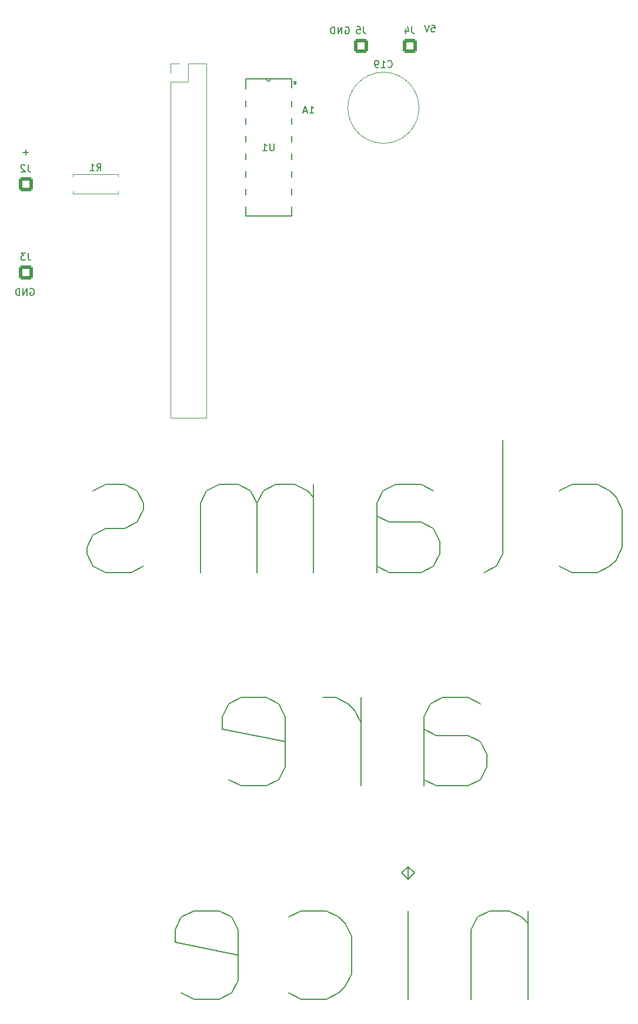
<source format=gbo>
G04 #@! TF.GenerationSoftware,KiCad,Pcbnew,7.0.7*
G04 #@! TF.CreationDate,2023-09-07T11:23:27-07:00*
G04 #@! TF.ProjectId,bivariate-bivalve,62697661-7269-4617-9465-2d626976616c,rev?*
G04 #@! TF.SameCoordinates,Original*
G04 #@! TF.FileFunction,Legend,Bot*
G04 #@! TF.FilePolarity,Positive*
%FSLAX46Y46*%
G04 Gerber Fmt 4.6, Leading zero omitted, Abs format (unit mm)*
G04 Created by KiCad (PCBNEW 7.0.7) date 2023-09-07 11:23:27*
%MOMM*%
%LPD*%
G01*
G04 APERTURE LIST*
G04 Aperture macros list*
%AMRoundRect*
0 Rectangle with rounded corners*
0 $1 Rounding radius*
0 $2 $3 $4 $5 $6 $7 $8 $9 X,Y pos of 4 corners*
0 Add a 4 corners polygon primitive as box body*
4,1,4,$2,$3,$4,$5,$6,$7,$8,$9,$2,$3,0*
0 Add four circle primitives for the rounded corners*
1,1,$1+$1,$2,$3*
1,1,$1+$1,$4,$5*
1,1,$1+$1,$6,$7*
1,1,$1+$1,$8,$9*
0 Add four rect primitives between the rounded corners*
20,1,$1+$1,$2,$3,$4,$5,0*
20,1,$1+$1,$4,$5,$6,$7,0*
20,1,$1+$1,$6,$7,$8,$9,0*
20,1,$1+$1,$8,$9,$2,$3,0*%
G04 Aperture macros list end*
%ADD10C,0.150000*%
%ADD11C,0.120000*%
%ADD12C,0.152400*%
%ADD13C,1.000000*%
%ADD14C,1.600000*%
%ADD15O,1.600000X1.600000*%
%ADD16R,1.700000X1.700000*%
%ADD17O,1.700000X1.700000*%
%ADD18C,6.200000*%
%ADD19C,1.295400*%
%ADD20R,1.295400X1.295400*%
%ADD21RoundRect,0.250001X0.799999X0.799999X-0.799999X0.799999X-0.799999X-0.799999X0.799999X-0.799999X0*%
G04 APERTURE END LIST*
D10*
X94039411Y-46569819D02*
X94610839Y-46569819D01*
X94325125Y-46569819D02*
X94325125Y-45569819D01*
X94325125Y-45569819D02*
X94420363Y-45712676D01*
X94420363Y-45712676D02*
X94515601Y-45807914D01*
X94515601Y-45807914D02*
X94610839Y-45855533D01*
X93658458Y-46284104D02*
X93182268Y-46284104D01*
X93753696Y-46569819D02*
X93420363Y-45569819D01*
X93420363Y-45569819D02*
X93087030Y-46569819D01*
X53819411Y-71847438D02*
X53914649Y-71799819D01*
X53914649Y-71799819D02*
X54057506Y-71799819D01*
X54057506Y-71799819D02*
X54200363Y-71847438D01*
X54200363Y-71847438D02*
X54295601Y-71942676D01*
X54295601Y-71942676D02*
X54343220Y-72037914D01*
X54343220Y-72037914D02*
X54390839Y-72228390D01*
X54390839Y-72228390D02*
X54390839Y-72371247D01*
X54390839Y-72371247D02*
X54343220Y-72561723D01*
X54343220Y-72561723D02*
X54295601Y-72656961D01*
X54295601Y-72656961D02*
X54200363Y-72752200D01*
X54200363Y-72752200D02*
X54057506Y-72799819D01*
X54057506Y-72799819D02*
X53962268Y-72799819D01*
X53962268Y-72799819D02*
X53819411Y-72752200D01*
X53819411Y-72752200D02*
X53771792Y-72704580D01*
X53771792Y-72704580D02*
X53771792Y-72371247D01*
X53771792Y-72371247D02*
X53962268Y-72371247D01*
X53343220Y-72799819D02*
X53343220Y-71799819D01*
X53343220Y-71799819D02*
X52771792Y-72799819D01*
X52771792Y-72799819D02*
X52771792Y-71799819D01*
X52295601Y-72799819D02*
X52295601Y-71799819D01*
X52295601Y-71799819D02*
X52057506Y-71799819D01*
X52057506Y-71799819D02*
X51914649Y-71847438D01*
X51914649Y-71847438D02*
X51819411Y-71942676D01*
X51819411Y-71942676D02*
X51771792Y-72037914D01*
X51771792Y-72037914D02*
X51724173Y-72228390D01*
X51724173Y-72228390D02*
X51724173Y-72371247D01*
X51724173Y-72371247D02*
X51771792Y-72561723D01*
X51771792Y-72561723D02*
X51819411Y-72656961D01*
X51819411Y-72656961D02*
X51914649Y-72752200D01*
X51914649Y-72752200D02*
X52057506Y-72799819D01*
X52057506Y-72799819D02*
X52295601Y-72799819D01*
X53543220Y-52208866D02*
X52781316Y-52208866D01*
X53162268Y-52589819D02*
X53162268Y-51827914D01*
X99169411Y-34207438D02*
X99264649Y-34159819D01*
X99264649Y-34159819D02*
X99407506Y-34159819D01*
X99407506Y-34159819D02*
X99550363Y-34207438D01*
X99550363Y-34207438D02*
X99645601Y-34302676D01*
X99645601Y-34302676D02*
X99693220Y-34397914D01*
X99693220Y-34397914D02*
X99740839Y-34588390D01*
X99740839Y-34588390D02*
X99740839Y-34731247D01*
X99740839Y-34731247D02*
X99693220Y-34921723D01*
X99693220Y-34921723D02*
X99645601Y-35016961D01*
X99645601Y-35016961D02*
X99550363Y-35112200D01*
X99550363Y-35112200D02*
X99407506Y-35159819D01*
X99407506Y-35159819D02*
X99312268Y-35159819D01*
X99312268Y-35159819D02*
X99169411Y-35112200D01*
X99169411Y-35112200D02*
X99121792Y-35064580D01*
X99121792Y-35064580D02*
X99121792Y-34731247D01*
X99121792Y-34731247D02*
X99312268Y-34731247D01*
X98693220Y-35159819D02*
X98693220Y-34159819D01*
X98693220Y-34159819D02*
X98121792Y-35159819D01*
X98121792Y-35159819D02*
X98121792Y-34159819D01*
X97645601Y-35159819D02*
X97645601Y-34159819D01*
X97645601Y-34159819D02*
X97407506Y-34159819D01*
X97407506Y-34159819D02*
X97264649Y-34207438D01*
X97264649Y-34207438D02*
X97169411Y-34302676D01*
X97169411Y-34302676D02*
X97121792Y-34397914D01*
X97121792Y-34397914D02*
X97074173Y-34588390D01*
X97074173Y-34588390D02*
X97074173Y-34731247D01*
X97074173Y-34731247D02*
X97121792Y-34921723D01*
X97121792Y-34921723D02*
X97169411Y-35016961D01*
X97169411Y-35016961D02*
X97264649Y-35112200D01*
X97264649Y-35112200D02*
X97407506Y-35159819D01*
X97407506Y-35159819D02*
X97645601Y-35159819D01*
X111587030Y-33899819D02*
X112063220Y-33899819D01*
X112063220Y-33899819D02*
X112110839Y-34376009D01*
X112110839Y-34376009D02*
X112063220Y-34328390D01*
X112063220Y-34328390D02*
X111967982Y-34280771D01*
X111967982Y-34280771D02*
X111729887Y-34280771D01*
X111729887Y-34280771D02*
X111634649Y-34328390D01*
X111634649Y-34328390D02*
X111587030Y-34376009D01*
X111587030Y-34376009D02*
X111539411Y-34471247D01*
X111539411Y-34471247D02*
X111539411Y-34709342D01*
X111539411Y-34709342D02*
X111587030Y-34804580D01*
X111587030Y-34804580D02*
X111634649Y-34852200D01*
X111634649Y-34852200D02*
X111729887Y-34899819D01*
X111729887Y-34899819D02*
X111967982Y-34899819D01*
X111967982Y-34899819D02*
X112063220Y-34852200D01*
X112063220Y-34852200D02*
X112110839Y-34804580D01*
X111253696Y-33899819D02*
X110920363Y-34899819D01*
X110920363Y-34899819D02*
X110587030Y-33899819D01*
X130002142Y-111782700D02*
X131816427Y-112689842D01*
X131816427Y-112689842D02*
X135444999Y-112689842D01*
X135444999Y-112689842D02*
X137259284Y-111782700D01*
X137259284Y-111782700D02*
X138166427Y-110875557D01*
X138166427Y-110875557D02*
X139073570Y-109061271D01*
X139073570Y-109061271D02*
X139073570Y-103618414D01*
X139073570Y-103618414D02*
X138166427Y-101804128D01*
X138166427Y-101804128D02*
X137259284Y-100896985D01*
X137259284Y-100896985D02*
X135444999Y-99989842D01*
X135444999Y-99989842D02*
X131816427Y-99989842D01*
X131816427Y-99989842D02*
X130002142Y-100896985D01*
X119116428Y-112689842D02*
X120930713Y-111782700D01*
X120930713Y-111782700D02*
X121837856Y-109968414D01*
X121837856Y-109968414D02*
X121837856Y-93639842D01*
X103695000Y-112689842D02*
X103695000Y-102711271D01*
X103695000Y-102711271D02*
X104602142Y-100896985D01*
X104602142Y-100896985D02*
X106416428Y-99989842D01*
X106416428Y-99989842D02*
X110045000Y-99989842D01*
X110045000Y-99989842D02*
X111859285Y-100896985D01*
X103695000Y-111782700D02*
X105509285Y-112689842D01*
X105509285Y-112689842D02*
X110045000Y-112689842D01*
X110045000Y-112689842D02*
X111859285Y-111782700D01*
X111859285Y-111782700D02*
X112766428Y-109968414D01*
X112766428Y-109968414D02*
X112766428Y-108154128D01*
X112766428Y-108154128D02*
X111859285Y-106339842D01*
X111859285Y-106339842D02*
X110045000Y-105432700D01*
X110045000Y-105432700D02*
X105509285Y-105432700D01*
X105509285Y-105432700D02*
X103695000Y-104525557D01*
X94623571Y-112689842D02*
X94623571Y-99989842D01*
X94623571Y-101804128D02*
X93716428Y-100896985D01*
X93716428Y-100896985D02*
X91902143Y-99989842D01*
X91902143Y-99989842D02*
X89180714Y-99989842D01*
X89180714Y-99989842D02*
X87366428Y-100896985D01*
X87366428Y-100896985D02*
X86459286Y-102711271D01*
X86459286Y-102711271D02*
X86459286Y-112689842D01*
X86459286Y-102711271D02*
X85552143Y-100896985D01*
X85552143Y-100896985D02*
X83737857Y-99989842D01*
X83737857Y-99989842D02*
X81016428Y-99989842D01*
X81016428Y-99989842D02*
X79202143Y-100896985D01*
X79202143Y-100896985D02*
X78295000Y-102711271D01*
X78295000Y-102711271D02*
X78295000Y-112689842D01*
X70130714Y-111782700D02*
X68316428Y-112689842D01*
X68316428Y-112689842D02*
X64687857Y-112689842D01*
X64687857Y-112689842D02*
X62873571Y-111782700D01*
X62873571Y-111782700D02*
X61966428Y-109968414D01*
X61966428Y-109968414D02*
X61966428Y-109061271D01*
X61966428Y-109061271D02*
X62873571Y-107246985D01*
X62873571Y-107246985D02*
X64687857Y-106339842D01*
X64687857Y-106339842D02*
X67409286Y-106339842D01*
X67409286Y-106339842D02*
X69223571Y-105432700D01*
X69223571Y-105432700D02*
X70130714Y-103618414D01*
X70130714Y-103618414D02*
X70130714Y-102711271D01*
X70130714Y-102711271D02*
X69223571Y-100896985D01*
X69223571Y-100896985D02*
X67409286Y-99989842D01*
X67409286Y-99989842D02*
X64687857Y-99989842D01*
X64687857Y-99989842D02*
X62873571Y-100896985D01*
X110498571Y-143360342D02*
X110498571Y-133381771D01*
X110498571Y-133381771D02*
X111405713Y-131567485D01*
X111405713Y-131567485D02*
X113219999Y-130660342D01*
X113219999Y-130660342D02*
X116848571Y-130660342D01*
X116848571Y-130660342D02*
X118662856Y-131567485D01*
X110498571Y-142453200D02*
X112312856Y-143360342D01*
X112312856Y-143360342D02*
X116848571Y-143360342D01*
X116848571Y-143360342D02*
X118662856Y-142453200D01*
X118662856Y-142453200D02*
X119569999Y-140638914D01*
X119569999Y-140638914D02*
X119569999Y-138824628D01*
X119569999Y-138824628D02*
X118662856Y-137010342D01*
X118662856Y-137010342D02*
X116848571Y-136103200D01*
X116848571Y-136103200D02*
X112312856Y-136103200D01*
X112312856Y-136103200D02*
X110498571Y-135196057D01*
X101427142Y-143360342D02*
X101427142Y-130660342D01*
X101427142Y-134288914D02*
X100519999Y-132474628D01*
X100519999Y-132474628D02*
X99612857Y-131567485D01*
X99612857Y-131567485D02*
X97798571Y-130660342D01*
X97798571Y-130660342D02*
X95984285Y-130660342D01*
X82377142Y-142453200D02*
X84191428Y-143360342D01*
X84191428Y-143360342D02*
X87820000Y-143360342D01*
X87820000Y-143360342D02*
X89634285Y-142453200D01*
X89634285Y-142453200D02*
X90541428Y-140638914D01*
X90541428Y-140638914D02*
X90541428Y-133381771D01*
X90541428Y-133381771D02*
X89634285Y-131567485D01*
X89634285Y-131567485D02*
X87820000Y-130660342D01*
X87820000Y-130660342D02*
X84191428Y-130660342D01*
X84191428Y-130660342D02*
X82377142Y-131567485D01*
X82377142Y-131567485D02*
X81470000Y-133381771D01*
X81470000Y-133381771D02*
X81470000Y-135196057D01*
X81470000Y-135196057D02*
X90541428Y-137010342D01*
X125466427Y-161330842D02*
X125466427Y-174030842D01*
X125466427Y-163145128D02*
X124559284Y-162237985D01*
X124559284Y-162237985D02*
X122744999Y-161330842D01*
X122744999Y-161330842D02*
X120023570Y-161330842D01*
X120023570Y-161330842D02*
X118209284Y-162237985D01*
X118209284Y-162237985D02*
X117302142Y-164052271D01*
X117302142Y-164052271D02*
X117302142Y-174030842D01*
X108230713Y-174030842D02*
X108230713Y-161330842D01*
X108230713Y-154980842D02*
X109137856Y-155887985D01*
X109137856Y-155887985D02*
X108230713Y-156795128D01*
X108230713Y-156795128D02*
X107323570Y-155887985D01*
X107323570Y-155887985D02*
X108230713Y-154980842D01*
X108230713Y-154980842D02*
X108230713Y-156795128D01*
X90994999Y-173123700D02*
X92809284Y-174030842D01*
X92809284Y-174030842D02*
X96437856Y-174030842D01*
X96437856Y-174030842D02*
X98252141Y-173123700D01*
X98252141Y-173123700D02*
X99159284Y-172216557D01*
X99159284Y-172216557D02*
X100066427Y-170402271D01*
X100066427Y-170402271D02*
X100066427Y-164959414D01*
X100066427Y-164959414D02*
X99159284Y-163145128D01*
X99159284Y-163145128D02*
X98252141Y-162237985D01*
X98252141Y-162237985D02*
X96437856Y-161330842D01*
X96437856Y-161330842D02*
X92809284Y-161330842D01*
X92809284Y-161330842D02*
X90994999Y-162237985D01*
X75573570Y-173123700D02*
X77387856Y-174030842D01*
X77387856Y-174030842D02*
X81016428Y-174030842D01*
X81016428Y-174030842D02*
X82830713Y-173123700D01*
X82830713Y-173123700D02*
X83737856Y-171309414D01*
X83737856Y-171309414D02*
X83737856Y-164052271D01*
X83737856Y-164052271D02*
X82830713Y-162237985D01*
X82830713Y-162237985D02*
X81016428Y-161330842D01*
X81016428Y-161330842D02*
X77387856Y-161330842D01*
X77387856Y-161330842D02*
X75573570Y-162237985D01*
X75573570Y-162237985D02*
X74666428Y-164052271D01*
X74666428Y-164052271D02*
X74666428Y-165866557D01*
X74666428Y-165866557D02*
X83737856Y-167680842D01*
X63406666Y-54834819D02*
X63739999Y-54358628D01*
X63978094Y-54834819D02*
X63978094Y-53834819D01*
X63978094Y-53834819D02*
X63597142Y-53834819D01*
X63597142Y-53834819D02*
X63501904Y-53882438D01*
X63501904Y-53882438D02*
X63454285Y-53930057D01*
X63454285Y-53930057D02*
X63406666Y-54025295D01*
X63406666Y-54025295D02*
X63406666Y-54168152D01*
X63406666Y-54168152D02*
X63454285Y-54263390D01*
X63454285Y-54263390D02*
X63501904Y-54311009D01*
X63501904Y-54311009D02*
X63597142Y-54358628D01*
X63597142Y-54358628D02*
X63978094Y-54358628D01*
X62454285Y-54834819D02*
X63025713Y-54834819D01*
X62739999Y-54834819D02*
X62739999Y-53834819D01*
X62739999Y-53834819D02*
X62835237Y-53977676D01*
X62835237Y-53977676D02*
X62930475Y-54072914D01*
X62930475Y-54072914D02*
X63025713Y-54120533D01*
X77273333Y-37729819D02*
X77273333Y-38444104D01*
X77273333Y-38444104D02*
X77320952Y-38586961D01*
X77320952Y-38586961D02*
X77416190Y-38682200D01*
X77416190Y-38682200D02*
X77559047Y-38729819D01*
X77559047Y-38729819D02*
X77654285Y-38729819D01*
X76273333Y-38729819D02*
X76844761Y-38729819D01*
X76559047Y-38729819D02*
X76559047Y-37729819D01*
X76559047Y-37729819D02*
X76654285Y-37872676D01*
X76654285Y-37872676D02*
X76749523Y-37967914D01*
X76749523Y-37967914D02*
X76844761Y-38015533D01*
X88876904Y-50969819D02*
X88876904Y-51779342D01*
X88876904Y-51779342D02*
X88829285Y-51874580D01*
X88829285Y-51874580D02*
X88781666Y-51922200D01*
X88781666Y-51922200D02*
X88686428Y-51969819D01*
X88686428Y-51969819D02*
X88495952Y-51969819D01*
X88495952Y-51969819D02*
X88400714Y-51922200D01*
X88400714Y-51922200D02*
X88353095Y-51874580D01*
X88353095Y-51874580D02*
X88305476Y-51779342D01*
X88305476Y-51779342D02*
X88305476Y-50969819D01*
X87305476Y-51969819D02*
X87876904Y-51969819D01*
X87591190Y-51969819D02*
X87591190Y-50969819D01*
X87591190Y-50969819D02*
X87686428Y-51112676D01*
X87686428Y-51112676D02*
X87781666Y-51207914D01*
X87781666Y-51207914D02*
X87876904Y-51255533D01*
X91924999Y-41940119D02*
X91924999Y-42178214D01*
X92163094Y-42082976D02*
X91924999Y-42178214D01*
X91924999Y-42178214D02*
X91686904Y-42082976D01*
X92067856Y-42368690D02*
X91924999Y-42178214D01*
X91924999Y-42178214D02*
X91782142Y-42368690D01*
X91924999Y-41940119D02*
X91924999Y-42178214D01*
X92163094Y-42082976D02*
X91924999Y-42178214D01*
X91924999Y-42178214D02*
X91686904Y-42082976D01*
X92067856Y-42368690D02*
X91924999Y-42178214D01*
X91924999Y-42178214D02*
X91782142Y-42368690D01*
X101783333Y-34114819D02*
X101783333Y-34829104D01*
X101783333Y-34829104D02*
X101830952Y-34971961D01*
X101830952Y-34971961D02*
X101926190Y-35067200D01*
X101926190Y-35067200D02*
X102069047Y-35114819D01*
X102069047Y-35114819D02*
X102164285Y-35114819D01*
X100830952Y-34114819D02*
X101307142Y-34114819D01*
X101307142Y-34114819D02*
X101354761Y-34591009D01*
X101354761Y-34591009D02*
X101307142Y-34543390D01*
X101307142Y-34543390D02*
X101211904Y-34495771D01*
X101211904Y-34495771D02*
X100973809Y-34495771D01*
X100973809Y-34495771D02*
X100878571Y-34543390D01*
X100878571Y-34543390D02*
X100830952Y-34591009D01*
X100830952Y-34591009D02*
X100783333Y-34686247D01*
X100783333Y-34686247D02*
X100783333Y-34924342D01*
X100783333Y-34924342D02*
X100830952Y-35019580D01*
X100830952Y-35019580D02*
X100878571Y-35067200D01*
X100878571Y-35067200D02*
X100973809Y-35114819D01*
X100973809Y-35114819D02*
X101211904Y-35114819D01*
X101211904Y-35114819D02*
X101307142Y-35067200D01*
X101307142Y-35067200D02*
X101354761Y-35019580D01*
X108768333Y-34114819D02*
X108768333Y-34829104D01*
X108768333Y-34829104D02*
X108815952Y-34971961D01*
X108815952Y-34971961D02*
X108911190Y-35067200D01*
X108911190Y-35067200D02*
X109054047Y-35114819D01*
X109054047Y-35114819D02*
X109149285Y-35114819D01*
X107863571Y-34448152D02*
X107863571Y-35114819D01*
X108101666Y-34067200D02*
X108339761Y-34781485D01*
X108339761Y-34781485D02*
X107720714Y-34781485D01*
X53483333Y-66694819D02*
X53483333Y-67409104D01*
X53483333Y-67409104D02*
X53530952Y-67551961D01*
X53530952Y-67551961D02*
X53626190Y-67647200D01*
X53626190Y-67647200D02*
X53769047Y-67694819D01*
X53769047Y-67694819D02*
X53864285Y-67694819D01*
X53102380Y-66694819D02*
X52483333Y-66694819D01*
X52483333Y-66694819D02*
X52816666Y-67075771D01*
X52816666Y-67075771D02*
X52673809Y-67075771D01*
X52673809Y-67075771D02*
X52578571Y-67123390D01*
X52578571Y-67123390D02*
X52530952Y-67171009D01*
X52530952Y-67171009D02*
X52483333Y-67266247D01*
X52483333Y-67266247D02*
X52483333Y-67504342D01*
X52483333Y-67504342D02*
X52530952Y-67599580D01*
X52530952Y-67599580D02*
X52578571Y-67647200D01*
X52578571Y-67647200D02*
X52673809Y-67694819D01*
X52673809Y-67694819D02*
X52959523Y-67694819D01*
X52959523Y-67694819D02*
X53054761Y-67647200D01*
X53054761Y-67647200D02*
X53102380Y-67599580D01*
X53483333Y-53994819D02*
X53483333Y-54709104D01*
X53483333Y-54709104D02*
X53530952Y-54851961D01*
X53530952Y-54851961D02*
X53626190Y-54947200D01*
X53626190Y-54947200D02*
X53769047Y-54994819D01*
X53769047Y-54994819D02*
X53864285Y-54994819D01*
X53054761Y-54090057D02*
X53007142Y-54042438D01*
X53007142Y-54042438D02*
X52911904Y-53994819D01*
X52911904Y-53994819D02*
X52673809Y-53994819D01*
X52673809Y-53994819D02*
X52578571Y-54042438D01*
X52578571Y-54042438D02*
X52530952Y-54090057D01*
X52530952Y-54090057D02*
X52483333Y-54185295D01*
X52483333Y-54185295D02*
X52483333Y-54280533D01*
X52483333Y-54280533D02*
X52530952Y-54423390D01*
X52530952Y-54423390D02*
X53102380Y-54994819D01*
X53102380Y-54994819D02*
X52483333Y-54994819D01*
X105307857Y-39909580D02*
X105355476Y-39957200D01*
X105355476Y-39957200D02*
X105498333Y-40004819D01*
X105498333Y-40004819D02*
X105593571Y-40004819D01*
X105593571Y-40004819D02*
X105736428Y-39957200D01*
X105736428Y-39957200D02*
X105831666Y-39861961D01*
X105831666Y-39861961D02*
X105879285Y-39766723D01*
X105879285Y-39766723D02*
X105926904Y-39576247D01*
X105926904Y-39576247D02*
X105926904Y-39433390D01*
X105926904Y-39433390D02*
X105879285Y-39242914D01*
X105879285Y-39242914D02*
X105831666Y-39147676D01*
X105831666Y-39147676D02*
X105736428Y-39052438D01*
X105736428Y-39052438D02*
X105593571Y-39004819D01*
X105593571Y-39004819D02*
X105498333Y-39004819D01*
X105498333Y-39004819D02*
X105355476Y-39052438D01*
X105355476Y-39052438D02*
X105307857Y-39100057D01*
X104355476Y-40004819D02*
X104926904Y-40004819D01*
X104641190Y-40004819D02*
X104641190Y-39004819D01*
X104641190Y-39004819D02*
X104736428Y-39147676D01*
X104736428Y-39147676D02*
X104831666Y-39242914D01*
X104831666Y-39242914D02*
X104926904Y-39290533D01*
X103879285Y-40004819D02*
X103688809Y-40004819D01*
X103688809Y-40004819D02*
X103593571Y-39957200D01*
X103593571Y-39957200D02*
X103545952Y-39909580D01*
X103545952Y-39909580D02*
X103450714Y-39766723D01*
X103450714Y-39766723D02*
X103403095Y-39576247D01*
X103403095Y-39576247D02*
X103403095Y-39195295D01*
X103403095Y-39195295D02*
X103450714Y-39100057D01*
X103450714Y-39100057D02*
X103498333Y-39052438D01*
X103498333Y-39052438D02*
X103593571Y-39004819D01*
X103593571Y-39004819D02*
X103784047Y-39004819D01*
X103784047Y-39004819D02*
X103879285Y-39052438D01*
X103879285Y-39052438D02*
X103926904Y-39100057D01*
X103926904Y-39100057D02*
X103974523Y-39195295D01*
X103974523Y-39195295D02*
X103974523Y-39433390D01*
X103974523Y-39433390D02*
X103926904Y-39528628D01*
X103926904Y-39528628D02*
X103879285Y-39576247D01*
X103879285Y-39576247D02*
X103784047Y-39623866D01*
X103784047Y-39623866D02*
X103593571Y-39623866D01*
X103593571Y-39623866D02*
X103498333Y-39576247D01*
X103498333Y-39576247D02*
X103450714Y-39528628D01*
X103450714Y-39528628D02*
X103403095Y-39433390D01*
D11*
G04 #@! TO.C,R1*
X59970000Y-58120000D02*
X59970000Y-57790000D01*
X66510000Y-55380000D02*
X59970000Y-55380000D01*
X66510000Y-58120000D02*
X59970000Y-58120000D01*
X66510000Y-57790000D02*
X66510000Y-58120000D01*
X66510000Y-55710000D02*
X66510000Y-55380000D01*
X59970000Y-55380000D02*
X59970000Y-55710000D01*
G04 #@! TO.C,J1*
X79180000Y-39475000D02*
X79180000Y-90395000D01*
X73980000Y-42075000D02*
X73980000Y-90395000D01*
X79180000Y-39475000D02*
X76580000Y-39475000D01*
X79180000Y-90395000D02*
X73980000Y-90395000D01*
X76580000Y-39475000D02*
X76580000Y-42075000D01*
X76580000Y-42075000D02*
X73980000Y-42075000D01*
X75310000Y-39475000D02*
X73980000Y-39475000D01*
X73980000Y-39475000D02*
X73980000Y-40805000D01*
D12*
G04 #@! TO.C,U1*
X84813000Y-43056431D02*
X84813000Y-41672500D01*
X84813000Y-45596431D02*
X84813000Y-44733569D01*
X84813000Y-48136431D02*
X84813000Y-47273569D01*
X84813000Y-50676431D02*
X84813000Y-49813569D01*
X84813000Y-53216431D02*
X84813000Y-52353569D01*
X84813000Y-55756431D02*
X84813000Y-54893569D01*
X84813000Y-58296431D02*
X84813000Y-57433569D01*
X91417000Y-59973569D02*
X91417000Y-61357500D01*
X91417000Y-57433569D02*
X91417000Y-58296431D01*
X91417000Y-54893569D02*
X91417000Y-55756431D01*
X91417000Y-52353569D02*
X91417000Y-53216431D01*
X91417000Y-49813569D02*
X91417000Y-50676431D01*
X91417000Y-47273569D02*
X91417000Y-48136431D01*
X91417000Y-44875440D02*
X91417000Y-45596431D01*
X87810200Y-41672500D02*
G75*
G03*
X88419800Y-41672500I304800J0D01*
G01*
X91417000Y-41672500D02*
X91417000Y-42914560D01*
X84813000Y-41672500D02*
X91417000Y-41672500D01*
X84813000Y-61357500D02*
X84813000Y-59973569D01*
X91417000Y-61357500D02*
X84813000Y-61357500D01*
D11*
G04 #@! TO.C,C19*
X109785000Y-45800000D02*
G75*
G03*
X109785000Y-45800000I-5120000J0D01*
G01*
G04 #@! TD*
%LPC*%
D13*
G04 #@! TO.C,REF\u002A\u002A*
X54290000Y-140470000D03*
G04 #@! TD*
G04 #@! TO.C,REF\u002A\u002A*
X99820000Y-179770000D03*
G04 #@! TD*
G04 #@! TO.C,REF\u002A\u002A*
X147460000Y-36340000D03*
G04 #@! TD*
D14*
G04 #@! TO.C,R1*
X67050000Y-56750000D03*
D15*
X59430000Y-56750000D03*
G04 #@! TD*
D16*
G04 #@! TO.C,J1*
X75310000Y-40805000D03*
D17*
X77850000Y-40805000D03*
X75310000Y-43345000D03*
X77850000Y-43345000D03*
X75310000Y-45885000D03*
X77850000Y-45885000D03*
X75310000Y-48425000D03*
X77850000Y-48425000D03*
X75310000Y-50965000D03*
X77850000Y-50965000D03*
X75310000Y-53505000D03*
X77850000Y-53505000D03*
X75310000Y-56045000D03*
X77850000Y-56045000D03*
X75310000Y-58585000D03*
X77850000Y-58585000D03*
X75310000Y-61125000D03*
X77850000Y-61125000D03*
X75310000Y-63665000D03*
X77850000Y-63665000D03*
X75310000Y-66205000D03*
X77850000Y-66205000D03*
X75310000Y-68745000D03*
X77850000Y-68745000D03*
X75310000Y-71285000D03*
X77850000Y-71285000D03*
X75310000Y-73825000D03*
X77850000Y-73825000D03*
X75310000Y-76365000D03*
X77850000Y-76365000D03*
X75310000Y-78905000D03*
X77850000Y-78905000D03*
X75310000Y-81445000D03*
X77850000Y-81445000D03*
X75310000Y-83985000D03*
X77850000Y-83985000D03*
X75310000Y-86525000D03*
X77850000Y-86525000D03*
X75310000Y-89065000D03*
X77850000Y-89065000D03*
G04 #@! TD*
D18*
G04 #@! TO.C,*
X76570000Y-35945000D03*
G04 #@! TD*
G04 #@! TO.C,*
X53570000Y-93945000D03*
G04 #@! TD*
G04 #@! TO.C,*
X76570000Y-93945000D03*
G04 #@! TD*
G04 #@! TO.C,*
X53570000Y-35945000D03*
G04 #@! TD*
D19*
G04 #@! TO.C,U1*
X84305000Y-43895000D03*
X84305000Y-46435000D03*
X84305000Y-48975000D03*
X84305000Y-51515000D03*
X84305000Y-54055000D03*
X84305000Y-56595000D03*
X84305000Y-59135000D03*
X91925000Y-59135000D03*
X91925000Y-56595000D03*
X91925000Y-54055000D03*
X91925000Y-51515000D03*
X91925000Y-48975000D03*
X91925000Y-46435000D03*
D20*
X91925000Y-43895000D03*
G04 #@! TD*
D21*
G04 #@! TO.C,J5*
X101450000Y-36910000D03*
G04 #@! TD*
G04 #@! TO.C,J4*
X108435000Y-36910000D03*
G04 #@! TD*
G04 #@! TO.C,J3*
X53150000Y-69490000D03*
G04 #@! TD*
G04 #@! TO.C,J2*
X53150000Y-56790000D03*
G04 #@! TD*
D14*
G04 #@! TO.C,C19*
X107165000Y-45800000D03*
X102165000Y-45800000D03*
G04 #@! TD*
%LPD*%
M02*

</source>
